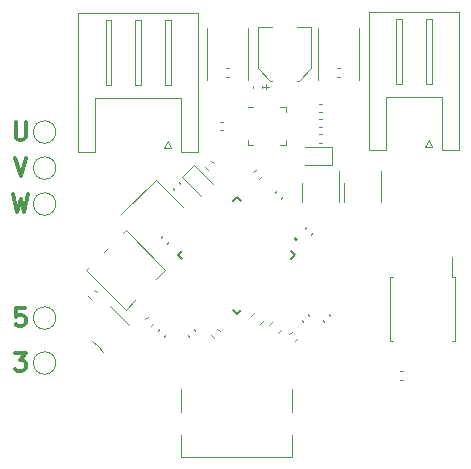
<source format=gbr>
%TF.GenerationSoftware,KiCad,Pcbnew,(6.0.9-0)*%
%TF.CreationDate,2022-12-13T13:56:08-05:00*%
%TF.ProjectId,easy-esc,65617379-2d65-4736-932e-6b696361645f,rev?*%
%TF.SameCoordinates,Original*%
%TF.FileFunction,Legend,Top*%
%TF.FilePolarity,Positive*%
%FSLAX46Y46*%
G04 Gerber Fmt 4.6, Leading zero omitted, Abs format (unit mm)*
G04 Created by KiCad (PCBNEW (6.0.9-0)) date 2022-12-13 13:56:08*
%MOMM*%
%LPD*%
G01*
G04 APERTURE LIST*
%ADD10C,0.300000*%
%ADD11C,0.120000*%
%ADD12C,0.127000*%
%ADD13C,0.200000*%
G04 APERTURE END LIST*
D10*
X114419142Y-117542571D02*
X114776285Y-119042571D01*
X115062000Y-117971142D01*
X115347714Y-119042571D01*
X115704857Y-117542571D01*
X115419142Y-127194571D02*
X114704857Y-127194571D01*
X114633428Y-127908857D01*
X114704857Y-127837428D01*
X114847714Y-127766000D01*
X115204857Y-127766000D01*
X115347714Y-127837428D01*
X115419142Y-127908857D01*
X115490571Y-128051714D01*
X115490571Y-128408857D01*
X115419142Y-128551714D01*
X115347714Y-128623142D01*
X115204857Y-128694571D01*
X114847714Y-128694571D01*
X114704857Y-128623142D01*
X114633428Y-128551714D01*
X114633428Y-111446571D02*
X114633428Y-112660857D01*
X114704857Y-112803714D01*
X114776285Y-112875142D01*
X114919142Y-112946571D01*
X115204857Y-112946571D01*
X115347714Y-112875142D01*
X115419142Y-112803714D01*
X115490571Y-112660857D01*
X115490571Y-111446571D01*
X114562000Y-131004571D02*
X115490571Y-131004571D01*
X114990571Y-131576000D01*
X115204857Y-131576000D01*
X115347714Y-131647428D01*
X115419142Y-131718857D01*
X115490571Y-131861714D01*
X115490571Y-132218857D01*
X115419142Y-132361714D01*
X115347714Y-132433142D01*
X115204857Y-132504571D01*
X114776285Y-132504571D01*
X114633428Y-132433142D01*
X114562000Y-132361714D01*
X114562000Y-114494571D02*
X115062000Y-115994571D01*
X115562000Y-114494571D01*
D11*
%TO.C,U101*%
X137500000Y-113370000D02*
X137500000Y-112920000D01*
X134280000Y-113370000D02*
X134280000Y-112920000D01*
X137500000Y-110150000D02*
X137500000Y-110600000D01*
X134730000Y-113370000D02*
X134280000Y-113370000D01*
X137050000Y-110150000D02*
X137500000Y-110150000D01*
X137050000Y-113370000D02*
X137500000Y-113370000D01*
X134730000Y-110150000D02*
X134280000Y-110150000D01*
%TO.C,C113*%
X136218437Y-107924000D02*
X135154000Y-106859563D01*
X139674000Y-103404000D02*
X138474000Y-103404000D01*
X139674000Y-106859563D02*
X139674000Y-103404000D01*
X136218437Y-107924000D02*
X136354000Y-107924000D01*
X135604000Y-108414000D02*
X136104000Y-108414000D01*
X138609563Y-107924000D02*
X139674000Y-106859563D01*
X135854000Y-108664000D02*
X135854000Y-108164000D01*
X135154000Y-103404000D02*
X136354000Y-103404000D01*
X135154000Y-106859563D02*
X135154000Y-103404000D01*
X138609563Y-107924000D02*
X138474000Y-107924000D01*
%TO.C,R109*%
X126361341Y-128430060D02*
X126144060Y-128647341D01*
X125823940Y-127892659D02*
X125606659Y-128109940D01*
%TO.C,U105*%
X138902000Y-117348000D02*
X138902000Y-116548000D01*
X142022000Y-117348000D02*
X142022000Y-115548000D01*
X138902000Y-117348000D02*
X138902000Y-118148000D01*
X142022000Y-117348000D02*
X142022000Y-118148000D01*
%TO.C,U103*%
X151563000Y-124529000D02*
X151563000Y-122854000D01*
X146373000Y-124529000D02*
X146633000Y-124529000D01*
X151823000Y-129979000D02*
X151563000Y-129979000D01*
X146373000Y-129979000D02*
X146633000Y-129979000D01*
X146373000Y-127254000D02*
X146373000Y-124529000D01*
X151823000Y-127254000D02*
X151823000Y-124529000D01*
X146373000Y-127254000D02*
X146373000Y-129979000D01*
X151823000Y-124529000D02*
X151563000Y-124529000D01*
X151823000Y-127254000D02*
X151823000Y-129979000D01*
%TO.C,R107*%
X131441341Y-114901940D02*
X131224060Y-114684659D01*
X130903940Y-115439341D02*
X130686659Y-115222060D01*
%TO.C,R105*%
X130878000Y-107841064D02*
X130878000Y-103486936D01*
X134298000Y-107841064D02*
X134298000Y-103486936D01*
%TO.C,R108*%
X147473641Y-133222000D02*
X147166359Y-133222000D01*
X147473641Y-132462000D02*
X147166359Y-132462000D01*
%TO.C,C107*%
X128600810Y-116661693D02*
X128448307Y-116509190D01*
X128091693Y-117170810D02*
X127939190Y-117018307D01*
%TO.C,Y101*%
X126485487Y-116291060D02*
X123657060Y-119119487D01*
X128818940Y-118624513D02*
X126485487Y-116291060D01*
%TO.C,R104*%
X137798659Y-129379940D02*
X138015940Y-129162659D01*
X138336060Y-129917341D02*
X138553341Y-129700060D01*
%TO.C,C110*%
X139013693Y-128346810D02*
X138861190Y-128194307D01*
X139522810Y-127837693D02*
X139370307Y-127685190D01*
%TO.C,D102*%
X129771670Y-115016223D02*
X128732223Y-116055670D01*
X131387409Y-116631962D02*
X129771670Y-115016223D01*
X128732223Y-116055670D02*
X130347962Y-117671409D01*
%TO.C,C104*%
X127178307Y-129616810D02*
X127330810Y-129464307D01*
X126669190Y-129107693D02*
X126821693Y-128955190D01*
%TO.C,C101*%
X140354164Y-110596000D02*
X140569836Y-110596000D01*
X140354164Y-109876000D02*
X140569836Y-109876000D01*
%TO.C,TP105*%
X118044000Y-131826000D02*
G75*
G03*
X118044000Y-131826000I-950000J0D01*
G01*
%TO.C,C111*%
X136727693Y-117271190D02*
X136575190Y-117423693D01*
X137236810Y-117780307D02*
X137084307Y-117932810D01*
%TO.C,U106*%
X142458000Y-117348000D02*
X142458000Y-116548000D01*
X145578000Y-117348000D02*
X145578000Y-115548000D01*
X142458000Y-117348000D02*
X142458000Y-118148000D01*
X145578000Y-117348000D02*
X145578000Y-118148000D01*
%TO.C,J102*%
X121368000Y-109416000D02*
X125008000Y-109416000D01*
X127258000Y-102806000D02*
X127258000Y-108306000D01*
X127208000Y-113606000D02*
X127508000Y-113006000D01*
X119948000Y-102196000D02*
X119948000Y-113916000D01*
X130068000Y-113916000D02*
X128648000Y-113916000D01*
X127508000Y-113006000D02*
X127808000Y-113606000D01*
X127258000Y-108306000D02*
X127758000Y-108306000D01*
X124758000Y-108306000D02*
X125258000Y-108306000D01*
X119948000Y-113916000D02*
X121368000Y-113916000D01*
X128648000Y-113916000D02*
X128648000Y-109416000D01*
X122758000Y-108306000D02*
X122758000Y-102806000D01*
X122258000Y-108306000D02*
X122758000Y-108306000D01*
X130068000Y-102196000D02*
X130068000Y-113916000D01*
X128648000Y-109416000D02*
X125008000Y-109416000D01*
X124758000Y-102806000D02*
X124758000Y-108306000D01*
X125258000Y-102806000D02*
X124758000Y-102806000D01*
X125008000Y-102196000D02*
X119948000Y-102196000D01*
X127758000Y-108306000D02*
X127758000Y-102806000D01*
X125008000Y-102196000D02*
X130068000Y-102196000D01*
X127758000Y-102806000D02*
X127258000Y-102806000D01*
X122258000Y-102806000D02*
X122258000Y-108306000D01*
X121368000Y-113916000D02*
X121368000Y-109416000D01*
X122758000Y-102806000D02*
X122258000Y-102806000D01*
X125258000Y-108306000D02*
X125258000Y-102806000D01*
X127808000Y-113606000D02*
X127208000Y-113606000D01*
%TO.C,C106*%
X129870810Y-129107693D02*
X129718307Y-128955190D01*
X129361693Y-129616810D02*
X129209190Y-129464307D01*
%TO.C,TP104*%
X118044000Y-128016000D02*
G75*
G03*
X118044000Y-128016000I-950000J0D01*
G01*
%TO.C,R106*%
X143696000Y-107841064D02*
X143696000Y-103486936D01*
X140276000Y-107841064D02*
X140276000Y-103486936D01*
%TO.C,TP101*%
X118044000Y-112268000D02*
G75*
G03*
X118044000Y-112268000I-950000J0D01*
G01*
%TO.C,R101*%
X140308359Y-112396000D02*
X140615641Y-112396000D01*
X140308359Y-113156000D02*
X140615641Y-113156000D01*
%TO.C,R110*%
X134926303Y-127478770D02*
X134590770Y-127814303D01*
X135665230Y-128217697D02*
X135329697Y-128553230D01*
%TO.C,TP103*%
X118044000Y-118364000D02*
G75*
G03*
X118044000Y-118364000I-950000J0D01*
G01*
%TO.C,C108*%
X127584810Y-121590307D02*
X127432307Y-121742810D01*
X127075693Y-121081190D02*
X126923190Y-121233693D01*
%TO.C,J103*%
X152166000Y-102090000D02*
X152166000Y-113810000D01*
X145966000Y-109310000D02*
X148356000Y-109310000D01*
X152166000Y-113810000D02*
X150746000Y-113810000D01*
X149906000Y-113500000D02*
X149306000Y-113500000D01*
X147356000Y-108200000D02*
X147356000Y-102700000D01*
X144546000Y-113810000D02*
X145966000Y-113810000D01*
X147356000Y-102700000D02*
X146856000Y-102700000D01*
X149606000Y-112900000D02*
X149906000Y-113500000D01*
X144546000Y-102090000D02*
X144546000Y-113810000D01*
X149856000Y-108200000D02*
X149856000Y-102700000D01*
X148356000Y-102090000D02*
X144546000Y-102090000D01*
X146856000Y-102700000D02*
X146856000Y-108200000D01*
X149356000Y-102700000D02*
X149356000Y-108200000D01*
X145966000Y-113810000D02*
X145966000Y-109310000D01*
X146856000Y-108200000D02*
X147356000Y-108200000D01*
X148356000Y-102090000D02*
X152166000Y-102090000D01*
X149306000Y-113500000D02*
X149606000Y-112900000D01*
X150746000Y-109310000D02*
X148356000Y-109310000D01*
X150746000Y-113810000D02*
X150746000Y-109310000D01*
X149856000Y-102700000D02*
X149356000Y-102700000D01*
X149356000Y-108200000D02*
X149856000Y-108200000D01*
%TO.C,D101*%
X141439000Y-113565000D02*
X139154000Y-113565000D01*
X139154000Y-115035000D02*
X141439000Y-115035000D01*
X141439000Y-115035000D02*
X141439000Y-113565000D01*
%TO.C,RV101*%
X120600314Y-123952000D02*
X120834366Y-123717948D01*
X123952000Y-127303686D02*
X124751031Y-126504655D01*
X123952000Y-120600314D02*
X127303686Y-123952000D01*
X126504655Y-124751031D02*
X127303686Y-123952000D01*
X123718655Y-120833659D02*
X123952000Y-120600314D01*
X122093016Y-122459298D02*
X122460005Y-122092309D01*
X120600314Y-123952000D02*
X123952000Y-127303686D01*
%TO.C,R102*%
X134967940Y-115446659D02*
X134750659Y-115663940D01*
X135505341Y-115984060D02*
X135288060Y-116201341D01*
%TO.C,C109*%
X139776810Y-120828307D02*
X139624307Y-120980810D01*
X139267693Y-120319190D02*
X139115190Y-120471693D01*
%TO.C,C112*%
X140791693Y-128346810D02*
X140639190Y-128194307D01*
X141300810Y-127837693D02*
X141148307Y-127685190D01*
%TO.C,U102*%
X121578913Y-130389087D02*
X122038533Y-130848706D01*
X121578913Y-130389087D02*
X121119294Y-129929467D01*
X123785087Y-128182913D02*
X124244706Y-128642533D01*
X123785087Y-128182913D02*
X122600683Y-126998510D01*
%TO.C,R103*%
X131949341Y-129125940D02*
X131732060Y-128908659D01*
X131411940Y-129663341D02*
X131194659Y-129446060D01*
%TO.C,R112*%
X120997940Y-126361341D02*
X120780659Y-126144060D01*
X121535341Y-125823940D02*
X121318060Y-125606659D01*
%TO.C,R113*%
X132434359Y-106808000D02*
X132741641Y-106808000D01*
X132434359Y-107568000D02*
X132741641Y-107568000D01*
%TO.C,TP102*%
X118044000Y-115316000D02*
G75*
G03*
X118044000Y-115316000I-950000J0D01*
G01*
%TO.C,C103*%
X140569836Y-111146000D02*
X140354164Y-111146000D01*
X140569836Y-111866000D02*
X140354164Y-111866000D01*
D12*
%TO.C,U104*%
X133350000Y-127631747D02*
X133689411Y-127292336D01*
X138299747Y-122682000D02*
X137960336Y-123021411D01*
X133350000Y-117732253D02*
X133010589Y-118071664D01*
X133350000Y-117732253D02*
X133689411Y-118071664D01*
X128400253Y-122682000D02*
X128739664Y-123021411D01*
X128400253Y-122682000D02*
X128739664Y-122342589D01*
X138299747Y-122682000D02*
X137960336Y-122342589D01*
X133350000Y-127631747D02*
X133010589Y-127292336D01*
D13*
X138452779Y-121356175D02*
G75*
G03*
X138452779Y-121356175I-99999J0D01*
G01*
D11*
%TO.C,R111*%
X137189230Y-128979697D02*
X136853697Y-129315230D01*
X136450303Y-128240770D02*
X136114770Y-128576303D01*
%TO.C,R114*%
X141832359Y-107568000D02*
X142139641Y-107568000D01*
X141832359Y-106808000D02*
X142139641Y-106808000D01*
%TO.C,C105*%
X135488000Y-108565836D02*
X135488000Y-108350164D01*
X134768000Y-108565836D02*
X134768000Y-108350164D01*
%TO.C,C102*%
X132187836Y-112120000D02*
X131972164Y-112120000D01*
X132187836Y-111400000D02*
X131972164Y-111400000D01*
%TO.C,J101*%
X128650000Y-133990000D02*
X128650000Y-135990000D01*
X138050000Y-137890000D02*
X138050000Y-139790000D01*
X128650000Y-139790000D02*
X138050000Y-139790000D01*
X128650000Y-137890000D02*
X128650000Y-139790000D01*
X138050000Y-133990000D02*
X138050000Y-135990000D01*
%TD*%
M02*

</source>
